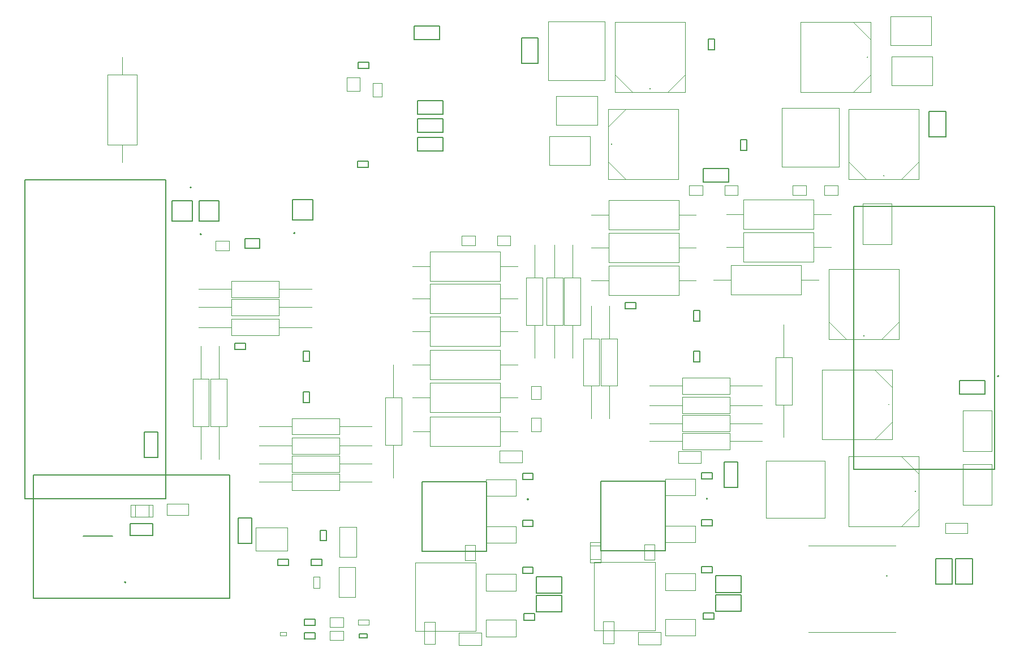
<source format=gbr>
%TF.GenerationSoftware,Altium Limited,Altium Designer,24.2.2 (26)*%
G04 Layer_Color=16711935*
%FSLAX45Y45*%
%MOMM*%
%TF.SameCoordinates,2C43E8B5-FC8E-40A2-A425-C8743FE8A27F*%
%TF.FilePolarity,Positive*%
%TF.FileFunction,Other,Mechanical_13*%
%TF.Part,Single*%
G01*
G75*
%TA.AperFunction,NonConductor*%
%ADD119C,0.20000*%
%ADD123C,0.10000*%
%ADD124C,0.12700*%
%ADD190C,0.00000*%
%ADD191C,0.02540*%
D119*
X13060001Y5090000D02*
G03*
X13060001Y5090000I-10000J0D01*
G01*
X10381214Y5081213D02*
G03*
X10381214Y5081213I-10000J0D01*
G01*
X4355200Y3838700D02*
G03*
X4355200Y3838700I-10000J0D01*
G01*
X17420000Y6925000D02*
G03*
X17420000Y6925000I-10000J0D01*
G01*
X5335000Y9750001D02*
G03*
X5335000Y9750001I-10000J0D01*
G01*
X5485000Y9050000D02*
G03*
X5485000Y9050000I-10000J0D01*
G01*
X6887500Y9066000D02*
G03*
X6887500Y9066000I-10000J0D01*
G01*
X13180000Y3685000D02*
Y3935000D01*
Y3685000D02*
X13560001D01*
Y3935000D01*
X13180000D02*
X13560001D01*
X13180000Y3405000D02*
Y3655000D01*
Y3405000D02*
X13560001D01*
Y3655000D01*
X13180000D02*
X13560001D01*
X10501214Y3396212D02*
Y3646212D01*
Y3396212D02*
X10881214D01*
Y3646212D01*
X10501214D02*
X10881214D01*
X10501214Y3676212D02*
Y3926212D01*
Y3676212D02*
X10881214D01*
Y3926212D01*
X10501214D02*
X10881214D01*
X4957000Y5094000D02*
Y9864000D01*
X2847000Y5094000D02*
X4957000D01*
X2847000D02*
Y9864000D01*
X4957000D01*
X16775000Y4190000D02*
X17025000D01*
X16775000Y3810000D02*
Y4190000D01*
Y3810000D02*
X17025000D01*
Y4190000D01*
X16475000D02*
X16725000D01*
X16475000Y3810000D02*
Y4190000D01*
Y3810000D02*
X16725000D01*
Y4190000D01*
X7970000Y3010000D02*
Y3070000D01*
X7850000Y3010000D02*
X7970000D01*
X7850000D02*
Y3070000D01*
X7970000D01*
X10525000Y11610000D02*
Y11990000D01*
X10275000Y11610000D02*
X10525000D01*
X10275000D02*
Y11990000D01*
X10525000D01*
X16625000Y10510001D02*
Y10890000D01*
X16375000Y10510001D02*
X16625000D01*
X16375000D02*
Y10890000D01*
X16625000D01*
D123*
X11365500Y3121001D02*
Y4139001D01*
Y3121001D02*
X12273500D01*
Y4139001D01*
X11365500D02*
X12273500D01*
X8686714Y4130213D02*
X9594714D01*
Y3112213D02*
Y4130213D01*
X8686714Y3112213D02*
X9594714D01*
X8686714D02*
Y4130213D01*
X5748021Y5684003D02*
Y6174003D01*
Y6884002D02*
Y7374003D01*
X5625521Y6884002D02*
X5870521D01*
X5625521Y6174003D02*
Y6884002D01*
Y6174003D02*
X5870521D01*
Y6884002D01*
X7548021Y5614002D02*
X8038021D01*
X6348021D02*
X6838021D01*
Y5491502D02*
Y5736502D01*
Y5491502D02*
X7548021D01*
Y5736502D01*
X6838021D02*
X7548021D01*
X6645997Y7660000D02*
X7135997D01*
X5445997D02*
X5935998D01*
Y7537501D02*
Y7782500D01*
Y7537501D02*
X6645997D01*
Y7782500D01*
X5935998D02*
X6645997D01*
X5445998Y7960000D02*
X5935998D01*
X6645998D02*
X7135998D01*
X6645998Y7837500D02*
Y8082500D01*
X5935998D02*
X6645998D01*
X5935998Y7837500D02*
Y8082500D01*
Y7837500D02*
X6645998D01*
X5445998Y8230001D02*
X5935998D01*
X6645998D02*
X7135998D01*
X6645998Y8107501D02*
Y8352500D01*
X5935998D02*
X6645998D01*
X5935998Y8107501D02*
Y8352500D01*
Y8107501D02*
X6645998D01*
X5478021Y5684003D02*
Y6174003D01*
Y6884002D02*
Y7374003D01*
X5355521Y6884002D02*
X5600521D01*
X5355521Y6174003D02*
Y6884002D01*
Y6174003D02*
X5600521D01*
Y6884002D01*
X8358021Y6604002D02*
Y7094002D01*
Y5404002D02*
Y5894002D01*
X8235521D02*
X8480521D01*
Y6604002D01*
X8235521D02*
X8480521D01*
X8235521Y5894002D02*
Y6604002D01*
X6348021Y6174002D02*
X6838021D01*
X7548021D02*
X8038021D01*
X7548021Y6051503D02*
Y6296502D01*
X6838021D02*
X7548021D01*
X6838021Y6051503D02*
Y6296502D01*
Y6051503D02*
X7548021D01*
Y5344002D02*
X8038021D01*
X6348021D02*
X6838021D01*
Y5221502D02*
Y5466502D01*
Y5221502D02*
X7548021D01*
Y5466502D01*
X6838021D02*
X7548021D01*
Y5884002D02*
X8038021D01*
X6348021D02*
X6838021D01*
Y5761503D02*
Y6006502D01*
Y5761503D02*
X7548021D01*
Y6006502D01*
X6838021D02*
X7548021D01*
X9913021Y9024002D02*
X10113021D01*
X9913021Y8884002D02*
Y9024002D01*
Y8884002D02*
X10113021D01*
Y9024002D01*
X10424002Y6576979D02*
Y6776979D01*
Y6576979D02*
X10564002D01*
Y6776979D01*
X10424002D02*
X10564002D01*
X10424002Y6101979D02*
Y6301979D01*
Y6101979D02*
X10564002D01*
Y6301979D01*
X10424002D02*
X10564002D01*
X9383021Y9024002D02*
X9583021D01*
X9383021Y8884002D02*
Y9024002D01*
Y8884002D02*
X9583021D01*
Y9024002D01*
X12680000Y6342500D02*
X13389999D01*
Y6097500D02*
Y6342500D01*
X12680000Y6097500D02*
X13389999D01*
X12680000D02*
Y6342500D01*
X12190000Y6220000D02*
X12680000D01*
X13389999D02*
X13880000D01*
X12680000Y6072500D02*
X13389999D01*
Y5827500D02*
Y6072500D01*
X12680000Y5827500D02*
X13389999D01*
X12680000D02*
Y6072500D01*
X12190000Y5950000D02*
X12680000D01*
X13389999D02*
X13880000D01*
X11501200Y2924900D02*
X11658800D01*
Y3255100D01*
X11501200D02*
X11658800D01*
X11501200Y2924900D02*
Y3255100D01*
X12875000Y4437501D02*
Y4687501D01*
X12425000D02*
X12875000D01*
X12425000Y4437501D02*
Y4687501D01*
Y4437501D02*
X12875000D01*
X12425000Y5137501D02*
X12875000D01*
X12425000D02*
Y5387501D01*
X12875000D01*
Y5137501D02*
Y5387501D01*
X12266000Y4176000D02*
Y4404000D01*
X12114000Y4176000D02*
Y4404000D01*
X12266000D01*
X12114000Y4176000D02*
X12266000D01*
X12875000Y3037501D02*
Y3287501D01*
X12425000D02*
X12875000D01*
X12425000Y3037501D02*
Y3287501D01*
Y3037501D02*
X12875000D01*
X12020000Y2910000D02*
X12360000D01*
X12020000Y3090000D02*
X12360000D01*
Y2910000D02*
Y3090000D01*
X12020000Y2910000D02*
Y3090000D01*
X12425000Y3722501D02*
X12875000D01*
X12425000D02*
Y3972501D01*
X12875000D01*
Y3722501D02*
Y3972501D01*
X8822414Y2916112D02*
X8980014D01*
Y3246312D01*
X8822414D02*
X8980014D01*
X8822414Y2916112D02*
Y3246312D01*
X9341214Y2901212D02*
X9681214D01*
X9341214Y3081212D02*
X9681214D01*
Y2901212D02*
Y3081212D01*
X9341214Y2901212D02*
Y3081212D01*
X9587214Y4167212D02*
Y4395212D01*
X9435214Y4167212D02*
Y4395212D01*
X9587214D01*
X9435214Y4167212D02*
X9587214D01*
X9746214Y5128713D02*
X10196214D01*
X9746214D02*
Y5378713D01*
X10196214D01*
Y5128713D02*
Y5378713D01*
Y3028713D02*
Y3278713D01*
X9746214D02*
X10196214D01*
X9746214Y3028713D02*
Y3278713D01*
Y3028713D02*
X10196214D01*
X9746214Y3713713D02*
X10196214D01*
X9746214D02*
Y3963713D01*
X10196214D01*
Y3713713D02*
Y3963713D01*
Y4428713D02*
Y4678713D01*
X9746214D02*
X10196214D01*
X9746214Y4428713D02*
Y4678713D01*
Y4428713D02*
X10196214D01*
X7792500Y3615000D02*
Y4065000D01*
X7542500Y3615000D02*
X7792500D01*
X7542500D02*
Y4065000D01*
X7792500D01*
X7552500Y4665000D02*
X7802500D01*
X7552500Y4215000D02*
Y4665000D01*
Y4215000D02*
X7802500D01*
Y4665000D01*
X11320000Y6290000D02*
Y6780000D01*
Y7490000D02*
Y7980000D01*
X11197500Y7490000D02*
X11442500D01*
X11197500Y6780000D02*
Y7490000D01*
Y6780000D02*
X11442500D01*
Y7490000D01*
X12190000Y6780000D02*
X12680000D01*
X13389999D02*
X13880000D01*
X13389999Y6657500D02*
Y6902500D01*
X12680000D02*
X13389999D01*
X12680000Y6657500D02*
Y6902500D01*
Y6657500D02*
X13389999D01*
X14200000Y7210000D02*
Y7700000D01*
Y6010000D02*
Y6500000D01*
X14077499D02*
X14322501D01*
Y7210000D01*
X14077499D02*
X14322501D01*
X14077499Y6500000D02*
Y7210000D01*
X11590000Y6290000D02*
Y6780000D01*
Y7490000D02*
Y7980000D01*
X11467500Y7490000D02*
X11712500D01*
X11467500Y6780000D02*
Y7490000D01*
Y6780000D02*
X11712500D01*
Y7490000D01*
X10770000Y8400000D02*
Y8890000D01*
Y7200000D02*
Y7690000D01*
X10647500D02*
X10892500D01*
Y8400000D01*
X10647500D02*
X10892500D01*
X10647500Y7690000D02*
Y8400000D01*
X11040000D02*
Y8890000D01*
Y7200000D02*
Y7690000D01*
X10917500D02*
X11162500D01*
Y8400000D01*
X10917500D02*
X11162500D01*
X10917500Y7690000D02*
Y8400000D01*
X10470000Y7200000D02*
Y7690000D01*
Y8400000D02*
Y8890000D01*
X10347500Y8400000D02*
X10592500D01*
X10347500Y7690000D02*
Y8400000D01*
Y7690000D02*
X10592500D01*
Y8400000D01*
X13389999Y6490000D02*
X13880000D01*
X12190000D02*
X12680000D01*
Y6367500D02*
Y6612500D01*
Y6367500D02*
X13389999D01*
Y6612500D01*
X12680000D02*
X13389999D01*
X13314999Y9780000D02*
X13514999D01*
X13314999Y9640000D02*
Y9780000D01*
Y9640000D02*
X13514999D01*
Y9780000D01*
X12785000D02*
X12985001D01*
X12785000Y9640000D02*
Y9780000D01*
Y9640000D02*
X12985001D01*
Y9780000D01*
X14810001Y9640000D02*
X15010001D01*
Y9780000D01*
X14810001D02*
X15010001D01*
X14810001Y9640000D02*
Y9780000D01*
X14335001Y9640000D02*
X14535001D01*
Y9780000D01*
X14335001D02*
X14535001D01*
X14335001Y9640000D02*
Y9780000D01*
X16885001Y4995000D02*
Y5605000D01*
X17314999D01*
Y4995000D02*
Y5605000D01*
X16885001Y4995000D02*
X17314999D01*
X16885001Y5799000D02*
Y6409000D01*
X17314999D01*
Y5799000D02*
Y6409000D01*
X16885001Y5799000D02*
X17314999D01*
X16948100Y4572200D02*
Y4729800D01*
X16617900D02*
X16948100D01*
X16617900Y4572200D02*
Y4729800D01*
Y4572200D02*
X16948100D01*
X14814999Y4805000D02*
Y5655000D01*
X13935001D02*
X14814999D01*
X13935001Y4805000D02*
Y5655000D01*
Y4805000D02*
X14814999D01*
X4967500Y4847500D02*
X5292500D01*
X4967500Y5012500D02*
X5292500D01*
Y4847500D02*
Y5012500D01*
X4967500Y4847500D02*
Y5012500D01*
X7410000Y3110000D02*
X7610000D01*
X7410000Y2970000D02*
Y3110000D01*
Y2970000D02*
X7610000D01*
Y3110000D01*
X7410000Y3170000D02*
X7610000D01*
Y3310000D01*
X7410000D02*
X7610000D01*
X7410000Y3170000D02*
Y3310000D01*
X6660000Y3095000D02*
X6760000D01*
Y3045000D02*
Y3095000D01*
X6660000Y3045000D02*
X6760000D01*
X6660000D02*
Y3095000D01*
X7162500Y3925000D02*
X7257500D01*
X7162500Y3755000D02*
X7257500D01*
Y3925000D01*
X7162500Y3755000D02*
Y3925000D01*
X7830000Y3200000D02*
X7990000D01*
Y3280000D01*
X7830000D02*
X7990000D01*
X7830000Y3200000D02*
Y3280000D01*
X6775000Y4310000D02*
Y4660000D01*
X6295000Y4310000D02*
X6775000D01*
X6295000D02*
Y4660000D01*
X6775000D01*
X15385001Y8899000D02*
X15814999D01*
Y9509000D01*
X15385001D02*
X15814999D01*
X15385001Y8899000D02*
Y9509000D01*
X12620000Y5620000D02*
Y5800000D01*
X12960001Y5620000D02*
Y5800000D01*
X12620000D02*
X12960001D01*
X12620000Y5620000D02*
X12960001D01*
X9950000Y5630000D02*
Y5810000D01*
X10290000Y5630000D02*
Y5810000D01*
X9950000D02*
X10290000D01*
X9950000Y5630000D02*
X10290000D01*
X10675000Y11360000D02*
Y12240000D01*
X11525000D01*
Y11360000D02*
Y12240000D01*
X10675000Y11360000D02*
X11525000D01*
X11301000Y10085000D02*
Y10515000D01*
X10691000D02*
X11301000D01*
X10691000Y10085000D02*
Y10515000D01*
Y10085000D02*
X11301000D01*
X10799000Y10685000D02*
Y11115000D01*
Y10685000D02*
X11409000D01*
Y11115000D01*
X10799000D02*
X11409000D01*
X15025000Y10060000D02*
Y10940000D01*
X14175000Y10060000D02*
X15025000D01*
X14175000D02*
Y10940000D01*
X15025000D01*
X15818500Y11281000D02*
Y11711000D01*
Y11281000D02*
X16428500D01*
Y11711000D01*
X15818500D02*
X16428500D01*
X16405002Y11884983D02*
Y12314983D01*
X15795003D02*
X16405002D01*
X15795003Y11884983D02*
Y12314983D01*
Y11884983D02*
X16405002D01*
X5700000Y8810000D02*
Y8950000D01*
X5900000D01*
Y8810000D02*
Y8950000D01*
X5700000Y8810000D02*
X5900000D01*
X8050000Y11110000D02*
X8190000D01*
X8050000D02*
Y11310000D01*
X8190000D01*
Y11110000D02*
Y11310000D01*
X7660000Y11398700D02*
X7860000D01*
X7660000Y11198700D02*
Y11398700D01*
Y11198700D02*
X7860000D01*
Y11398700D01*
D124*
X8719500Y10848500D02*
Y11051500D01*
Y10848500D02*
X9100500D01*
Y11051500D01*
X8719500D02*
X9100500D01*
X8719500Y10298500D02*
X9100500D01*
X8719500D02*
Y10501500D01*
X9100500D01*
Y10298500D02*
Y10501500D01*
X8719500Y10578500D02*
Y10781500D01*
Y10578500D02*
X9100500D01*
Y10781500D01*
X8719500D02*
X9100500D01*
X16829500Y6861500D02*
X17210500D01*
Y6658500D02*
Y6861500D01*
X16829500Y6658500D02*
X17210500D01*
X16829500D02*
Y6861500D01*
X13308501Y5259500D02*
X13511501D01*
Y5640500D01*
X13308501D02*
X13511501D01*
X13308501Y5259500D02*
Y5640500D01*
X4628500Y5709500D02*
Y6090500D01*
X4831500D01*
Y5709500D02*
Y6090500D01*
X4628500Y5709500D02*
X4831500D01*
X6038500Y4419500D02*
X6241500D01*
Y4800500D01*
X6038500D02*
X6241500D01*
X6038500Y4419500D02*
Y4800500D01*
X8669500Y11968500D02*
X9050500D01*
X8669500D02*
Y12171500D01*
X9050500D01*
Y11968500D02*
Y12171500D01*
X13380499Y9828500D02*
Y10031500D01*
X12999500D02*
X13380499D01*
X12999500Y9828500D02*
Y10031500D01*
Y9828500D02*
X13380499D01*
X11466700Y4309001D02*
Y5351000D01*
Y4309001D02*
X12432800D01*
Y5351000D01*
X11466700D02*
X12432800D01*
X8787914Y4300213D02*
Y5342213D01*
Y4300213D02*
X9754014D01*
Y5342213D01*
X8787914D02*
X9754014D01*
X2972000Y3600000D02*
X5908000D01*
X2972000D02*
Y5450000D01*
X5908000D01*
Y3600000D02*
Y5450000D01*
X7011021Y7144002D02*
Y7304003D01*
X7105021Y7144002D02*
Y7304003D01*
X7011021Y7144002D02*
X7105021D01*
X7011021Y7304003D02*
X7105021D01*
Y6534002D02*
Y6694003D01*
X7011021Y6534002D02*
Y6694003D01*
X7105021D01*
X7011021Y6534002D02*
X7105021D01*
X5988021Y7421002D02*
X6148021D01*
X5988021Y7327003D02*
X6148021D01*
X5988021D02*
Y7421002D01*
X6148021Y7327003D02*
Y7421002D01*
X12970000Y5477000D02*
X13130000D01*
X12970000Y5383000D02*
X13130000D01*
X12970000D02*
Y5477000D01*
X13130000Y5383000D02*
Y5477000D01*
X12970000Y4777000D02*
X13130000D01*
X12970000Y4683001D02*
X13130000D01*
X12970000D02*
Y4777000D01*
X13130000Y4683001D02*
Y4777000D01*
X12970000Y4077000D02*
X13130000D01*
X12970000Y3983001D02*
X13130000D01*
X12970000D02*
Y4077000D01*
X13130000Y3983001D02*
Y4077000D01*
X12992900Y3283001D02*
X13152901D01*
X12992900Y3377001D02*
X13152901D01*
Y3283001D02*
Y3377001D01*
X12992900Y3283001D02*
Y3377001D01*
X11830000Y8027000D02*
X11990000D01*
X11830000Y7933000D02*
X11990000D01*
X11830000D02*
Y8027000D01*
X11990000Y7933000D02*
Y8027000D01*
X12947000Y7140000D02*
Y7300000D01*
X12853000Y7140000D02*
Y7300000D01*
X12947000D01*
X12853000Y7140000D02*
X12947000D01*
X12853000Y7750000D02*
Y7910000D01*
X12947000Y7750000D02*
Y7910000D01*
X12853000Y7750000D02*
X12947000D01*
X12853000Y7910000D02*
X12947000D01*
X15245000Y5530000D02*
X17355000D01*
X15245000D02*
Y9470000D01*
X17355000D01*
Y5530000D02*
Y9470000D01*
X7130000Y4093000D02*
X7290000D01*
X7130000Y4187000D02*
X7290000D01*
Y4093000D02*
Y4187000D01*
X7130000Y4093000D02*
Y4187000D01*
X6790000Y4093000D02*
Y4187000D01*
X6630000Y4093000D02*
Y4187000D01*
Y4093000D02*
X6790000D01*
X6630000Y4187000D02*
X6790000D01*
X7030000Y3193000D02*
Y3287000D01*
X7190000Y3193000D02*
Y3287000D01*
X7030000D02*
X7190000D01*
X7030000Y3193000D02*
X7190000D01*
X7030000Y2993000D02*
Y3087000D01*
X7190000Y2993000D02*
Y3087000D01*
X7030000D02*
X7190000D01*
X7030000Y2993000D02*
X7190000D01*
X7263000Y4460000D02*
X7357000D01*
X7263000Y4620000D02*
X7357000D01*
X7263000Y4460000D02*
Y4620000D01*
X7357000Y4460000D02*
Y4620000D01*
X10314114Y3274213D02*
Y3368213D01*
X10474114Y3274213D02*
Y3368213D01*
X10314114D02*
X10474114D01*
X10314114Y3274213D02*
X10474114D01*
X10451214Y3974213D02*
Y4068213D01*
X10291214Y3974213D02*
Y4068213D01*
Y3974213D02*
X10451214D01*
X10291214Y4068213D02*
X10451214D01*
Y4674213D02*
Y4768213D01*
X10291214Y4674213D02*
Y4768213D01*
Y4674213D02*
X10451214D01*
X10291214Y4768213D02*
X10451214D01*
Y5374213D02*
Y5468213D01*
X10291214Y5374213D02*
Y5468213D01*
Y5374213D02*
X10451214D01*
X10291214Y5468213D02*
X10451214D01*
X13647000Y10310000D02*
Y10470000D01*
X13553000Y10310000D02*
Y10470000D01*
X13647000D01*
X13553000Y10310000D02*
X13647000D01*
X13074979Y11815998D02*
Y11975998D01*
X13168979Y11815998D02*
Y11975998D01*
X13074979Y11815998D02*
X13168979D01*
X13074979Y11975998D02*
X13168979D01*
X5050000Y9250001D02*
Y9550000D01*
Y9250001D02*
X5350000D01*
Y9550000D01*
X5050000D02*
X5350000D01*
X5750000Y9250001D02*
Y9550000D01*
X5450000D02*
X5750000D01*
X5450000Y9250001D02*
Y9550000D01*
Y9250001D02*
X5750000D01*
X7830000Y11533000D02*
Y11627000D01*
X7990000Y11533000D02*
Y11627000D01*
X7830000D02*
X7990000D01*
X7830000Y11533000D02*
X7990000D01*
X6140000Y8982000D02*
X6360000D01*
X6140000Y8838000D02*
X6360000D01*
X6140000D02*
Y8982000D01*
X6360000Y8838000D02*
Y8982000D01*
X7820000Y10053000D02*
Y10147000D01*
X7980000Y10053000D02*
Y10147000D01*
X7820000D02*
X7980000D01*
X7820000Y10053000D02*
X7980000D01*
X7152500Y9266001D02*
Y9566000D01*
X6852500D02*
X7152500D01*
X6852500Y9266001D02*
Y9566000D01*
Y9266001D02*
X7152500D01*
X3720000Y4535000D02*
X4160000D01*
X4420000Y4540000D02*
X4760000D01*
X4420000Y4720000D02*
X4760000D01*
Y4540000D02*
Y4720000D01*
X4420000Y4540000D02*
Y4720000D01*
D190*
X16181329Y5200000D02*
G03*
X16181329Y5200000I-7620J0D01*
G01*
X15752119Y3936000D02*
G03*
X15752119Y3936000I-7620J0D01*
G01*
X15781329Y6500000D02*
G03*
X15781329Y6500000I-7620J0D01*
G01*
X15407620Y7526290D02*
G03*
X15407620Y7526290I-7620J0D01*
G01*
X12207620Y11226290D02*
G03*
X12207620Y11226290I-7620J0D01*
G01*
X11633910Y10400000D02*
G03*
X11633910Y10400000I-7620J0D01*
G01*
X15707620Y9926290D02*
G03*
X15707620Y9926290I-7620J0D01*
G01*
X15460960Y11700000D02*
G03*
X15460960Y11700000I-7620J0D01*
G01*
D191*
X16224510Y4675490D02*
Y5724510D01*
X15175490Y4675490D02*
X16224510D01*
X15175490D02*
Y5724510D01*
X16224510D01*
X15962254D02*
X16224510Y5462255D01*
X15962254Y4675490D02*
X16224510Y4937745D01*
X4080290Y10390490D02*
X4519710D01*
X4080290D02*
Y11439510D01*
X4519710D01*
Y10390490D02*
Y11439510D01*
X4300000D02*
Y11700000D01*
Y10130000D02*
Y10390490D01*
X8910490Y5880290D02*
Y6319710D01*
X9959510D01*
Y5880290D02*
Y6319710D01*
X8910490Y5880290D02*
X9959510D01*
Y6100000D02*
X10220000D01*
X8650000D02*
X8910490D01*
X9957531Y7374292D02*
Y7813712D01*
X8908511Y7374292D02*
X9957531D01*
X8908511D02*
Y7813712D01*
X9957531D01*
X8648021Y7594002D02*
X8908511D01*
X9957531D02*
X10218021D01*
X9957531Y7864292D02*
Y8303712D01*
X8908511Y7864292D02*
X9957531D01*
X8908511D02*
Y8303712D01*
X9957531D01*
X8648021Y8084002D02*
X8908511D01*
X9957531D02*
X10218021D01*
X8908511Y6384292D02*
Y6823712D01*
X9957531D01*
Y6384292D02*
Y6823712D01*
X8908511Y6384292D02*
X9957531D01*
Y6604002D02*
X10218021D01*
X8648021D02*
X8908511D01*
Y6874292D02*
Y7313712D01*
X9957531D01*
Y6874292D02*
Y7313712D01*
X8908511Y6874292D02*
X9957531D01*
Y7094002D02*
X10218021D01*
X8648021D02*
X8908511D01*
X8908511Y8354292D02*
Y8793712D01*
X9957531D01*
Y8354292D02*
Y8793712D01*
X8908511Y8354292D02*
X9957531D01*
Y8574002D02*
X10218021D01*
X8648021D02*
X8908511D01*
X11299990Y4188400D02*
X11460010D01*
X11299990Y4137600D02*
Y4188400D01*
Y4137600D02*
X11460010D01*
Y4188400D01*
X11299990Y4391600D02*
X11460010D01*
Y4442400D01*
X11299990D02*
X11460010D01*
X11299990Y4391600D02*
Y4442400D01*
X11460010Y4137600D02*
Y4442400D01*
X11299990D02*
X11460010D01*
X11299990Y4137600D02*
Y4442400D01*
Y4137600D02*
X11460010D01*
X14573759Y4389240D02*
X15874240D01*
X14573759Y3088760D02*
X15874240D01*
X12629510Y8630290D02*
Y9069710D01*
X11580490Y8630290D02*
X12629510D01*
X11580490D02*
Y9069710D01*
X12629510D01*
X11320000Y8850000D02*
X11580490D01*
X12629510D02*
X12889999D01*
X13600490Y8640290D02*
Y9079710D01*
X14649510D01*
Y8640290D02*
Y9079710D01*
X13600490Y8640290D02*
X14649510D01*
Y8860000D02*
X14910001D01*
X13339999D02*
X13600490D01*
X11580490Y9120290D02*
Y9559710D01*
X12629510D01*
Y9120290D02*
Y9559710D01*
X11580490Y9120290D02*
X12629510D01*
Y9340000D02*
X12889999D01*
X11320000D02*
X11580490D01*
X13600490Y9130290D02*
Y9569710D01*
X14649510D01*
Y9130290D02*
Y9569710D01*
X13600490Y9130290D02*
X14649510D01*
Y9350000D02*
X14910001D01*
X13339999D02*
X13600490D01*
X12629510Y8140290D02*
Y8579710D01*
X11580490Y8140290D02*
X12629510D01*
X11580490D02*
Y8579710D01*
X12629510D01*
X11320000Y8360000D02*
X11580490D01*
X12629510D02*
X12889999D01*
X13410490Y8150290D02*
Y8589710D01*
X14459509D01*
Y8150290D02*
Y8589710D01*
X13410490Y8150290D02*
X14459509D01*
Y8370000D02*
X14720000D01*
X13150000D02*
X13410490D01*
X15824510Y5975490D02*
Y7024510D01*
X14775490Y5975490D02*
X15824510D01*
X14775490D02*
Y7024510D01*
X15824510D01*
X15562254D02*
X15824510Y6762255D01*
X15562254Y5975490D02*
X15824510Y6237745D01*
X14875490Y7475490D02*
X15924510D01*
X14875490D02*
Y8524510D01*
X15924510D01*
Y7475490D02*
Y8524510D01*
X15662254Y7475490D02*
X15924510Y7737745D01*
X14875490D02*
X15137746Y7475490D01*
X11675490Y11175490D02*
X12724510D01*
X11675490D02*
Y12224510D01*
X12724510D01*
Y11175490D02*
Y12224510D01*
X12462255Y11175490D02*
X12724510Y11437745D01*
X11675490D02*
X11937745Y11175490D01*
X11575490Y10662255D02*
X11837745Y10924510D01*
X11575490Y10137745D02*
X11837745Y9875490D01*
X11575490D02*
X12624510D01*
Y10924510D01*
X11575490D02*
X12624510D01*
X11575490Y9875490D02*
Y10924510D01*
X15175490Y10137745D02*
X15437746Y9875490D01*
X15962254D02*
X16224510Y10137745D01*
Y9875490D02*
Y10924510D01*
X15175490D02*
X16224510D01*
X15175490Y9875490D02*
Y10924510D01*
Y9875490D02*
X16224510D01*
X15504140Y11175490D02*
Y12224510D01*
X14455119Y11175490D02*
X15504140D01*
X14455119D02*
Y12224510D01*
X15504140D01*
X15241885D02*
X15504140Y11962255D01*
X15241885Y11175490D02*
X15504140Y11437745D01*
X4492350Y4822370D02*
Y4997630D01*
X4428850D02*
X4492350D01*
X4428850Y4822370D02*
Y4997630D01*
Y4822370D02*
X4492350D01*
X4698090D02*
Y4997630D01*
Y4822370D02*
X4761590D01*
Y4997630D01*
X4698090D02*
X4761590D01*
X4428850Y4822370D02*
X4761590D01*
Y4997630D01*
X4428850D02*
X4761590D01*
X4428850Y4822370D02*
Y4997630D01*
%TF.MD5,d7145e91805a9e4150b85da808e14392*%
M02*

</source>
